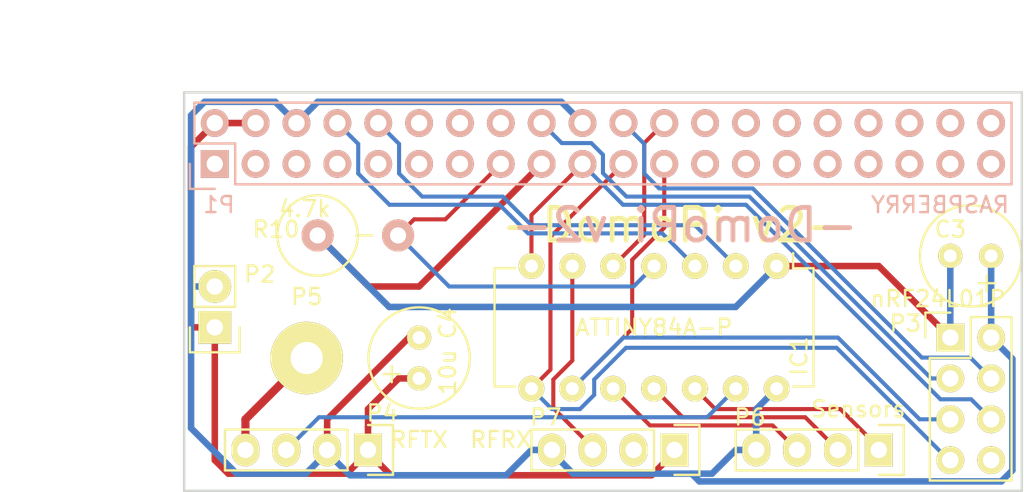
<source format=kicad_pcb>
(kicad_pcb (version 4) (host pcbnew 4.0.1-3.201602080046+6200~38~ubuntu15.04.1-stable)

  (general
    (links 37)
    (no_connects 0)
    (area 55.829287 20.645 119.048601 50.954001)
    (thickness 1.6)
    (drawings 8)
    (tracks 155)
    (zones 0)
    (modules 11)
    (nets 47)
  )

  (page A4)
  (layers
    (0 Top signal)
    (31 Bottom signal)
    (36 B.SilkS user)
    (37 F.SilkS user)
    (38 B.Mask user)
    (39 F.Mask user)
    (42 Eco1.User user)
    (43 Eco2.User user)
    (44 Edge.Cuts user)
    (48 B.Fab user)
    (49 F.Fab user)
  )

  (setup
    (last_trace_width 0.254)
    (trace_clearance 0.1524)
    (zone_clearance 0.508)
    (zone_45_only no)
    (trace_min 0.1524)
    (segment_width 0.2)
    (edge_width 0.15)
    (via_size 0.6858)
    (via_drill 0.3302)
    (via_min_size 0.6858)
    (via_min_drill 0.3302)
    (uvia_size 0.762)
    (uvia_drill 0.508)
    (uvias_allowed no)
    (uvia_min_size 0)
    (uvia_min_drill 0)
    (pcb_text_width 0.3)
    (pcb_text_size 1.5 1.5)
    (mod_edge_width 0.15)
    (mod_text_size 1 1)
    (mod_text_width 0.15)
    (pad_size 3 3)
    (pad_drill 2)
    (pad_to_mask_clearance 0.2)
    (aux_axis_origin 0 0)
    (visible_elements FFFFFF7F)
    (pcbplotparams
      (layerselection 0x010f0_80000001)
      (usegerberextensions true)
      (excludeedgelayer true)
      (linewidth 0.100000)
      (plotframeref false)
      (viasonmask false)
      (mode 1)
      (useauxorigin false)
      (hpglpennumber 1)
      (hpglpenspeed 20)
      (hpglpendiameter 15)
      (hpglpenoverlay 2)
      (psnegative false)
      (psa4output false)
      (plotreference true)
      (plotvalue true)
      (plotinvisibletext false)
      (padsonsilk false)
      (subtractmaskfromsilk false)
      (outputformat 1)
      (mirror false)
      (drillshape 0)
      (scaleselection 1)
      (outputdirectory ""))
  )

  (net 0 "")
  (net 1 GND)
  (net 2 +3V3)
  (net 3 +5V)
  (net 4 CE)
  (net 5 SS0)
  (net 6 SCK)
  (net 7 MOSI)
  (net 8 MISO)
  (net 9 /RF433-OUT)
  (net 10 /RF433-IN)
  (net 11 Tiny-RESET)
  (net 12 TX)
  (net 13 SS1)
  (net 14 RX)
  (net 15 /ADC3)
  (net 16 /ADC2)
  (net 17 /ADC1)
  (net 18 /ANT)
  (net 19 "Net-(P1-Pad1)")
  (net 20 "Net-(P1-Pad3)")
  (net 21 "Net-(P1-Pad5)")
  (net 22 "Net-(P1-Pad7)")
  (net 23 "Net-(P1-Pad9)")
  (net 24 "Net-(P1-Pad11)")
  (net 25 "Net-(P1-Pad12)")
  (net 26 "Net-(P1-Pad13)")
  (net 27 "Net-(P1-Pad14)")
  (net 28 "Net-(P1-Pad16)")
  (net 29 "Net-(P1-Pad25)")
  (net 30 "Net-(P1-Pad26)")
  (net 31 "Net-(P1-Pad27)")
  (net 32 "Net-(P1-Pad28)")
  (net 33 "Net-(P1-Pad29)")
  (net 34 "Net-(P1-Pad30)")
  (net 35 "Net-(P1-Pad31)")
  (net 36 "Net-(P1-Pad32)")
  (net 37 "Net-(P1-Pad33)")
  (net 38 "Net-(P1-Pad34)")
  (net 39 "Net-(P1-Pad35)")
  (net 40 "Net-(P1-Pad36)")
  (net 41 "Net-(P1-Pad37)")
  (net 42 "Net-(P1-Pad38)")
  (net 43 "Net-(P1-Pad39)")
  (net 44 "Net-(P1-Pad40)")
  (net 45 /NRF-INT)
  (net 46 "Net-(P7-Pad2)")

  (net_class Default "This is the default net class."
    (clearance 0.1524)
    (trace_width 0.254)
    (via_dia 0.6858)
    (via_drill 0.3302)
    (uvia_dia 0.762)
    (uvia_drill 0.508)
    (add_net /ADC1)
    (add_net /ADC2)
    (add_net /ADC3)
    (add_net /NRF-INT)
    (add_net /RF433-IN)
    (add_net /RF433-OUT)
    (add_net CE)
    (add_net MISO)
    (add_net MOSI)
    (add_net "Net-(P1-Pad1)")
    (add_net "Net-(P1-Pad11)")
    (add_net "Net-(P1-Pad12)")
    (add_net "Net-(P1-Pad13)")
    (add_net "Net-(P1-Pad14)")
    (add_net "Net-(P1-Pad16)")
    (add_net "Net-(P1-Pad25)")
    (add_net "Net-(P1-Pad26)")
    (add_net "Net-(P1-Pad27)")
    (add_net "Net-(P1-Pad28)")
    (add_net "Net-(P1-Pad29)")
    (add_net "Net-(P1-Pad3)")
    (add_net "Net-(P1-Pad30)")
    (add_net "Net-(P1-Pad31)")
    (add_net "Net-(P1-Pad32)")
    (add_net "Net-(P1-Pad33)")
    (add_net "Net-(P1-Pad34)")
    (add_net "Net-(P1-Pad35)")
    (add_net "Net-(P1-Pad36)")
    (add_net "Net-(P1-Pad37)")
    (add_net "Net-(P1-Pad38)")
    (add_net "Net-(P1-Pad39)")
    (add_net "Net-(P1-Pad40)")
    (add_net "Net-(P1-Pad5)")
    (add_net "Net-(P1-Pad7)")
    (add_net "Net-(P1-Pad9)")
    (add_net "Net-(P7-Pad2)")
    (add_net RX)
    (add_net SCK)
    (add_net SS0)
    (add_net SS1)
    (add_net TX)
    (add_net Tiny-RESET)
  )

  (net_class ANT ""
    (clearance 0.254)
    (trace_width 0.508)
    (via_dia 0.6858)
    (via_drill 0.3302)
    (uvia_dia 0.762)
    (uvia_drill 0.508)
    (add_net /ANT)
  )

  (net_class Power ""
    (clearance 0.254)
    (trace_width 0.4064)
    (via_dia 0.6858)
    (via_drill 0.3302)
    (uvia_dia 0.762)
    (uvia_drill 0.508)
    (add_net +3V3)
    (add_net +5V)
    (add_net GND)
  )

  (module Capacitors_Elko_ThroughHole:Elko_vert_11.2x6.3mm_RM2.5 (layer Top) (tedit 560CF65C) (tstamp 560BF081)
    (at 116.84 36.195 180)
    (descr "Electrolytic Capacitor, vertical, diameter 6,3mm, RM 2,5mm, radial,")
    (tags "Electrolytic Capacitor, vertical, diameter 6,3mm, RM 2,5mm, Elko, Electrolytkondensator, Kondensator gepolt, Durchmesser 6,3mm, radial,")
    (path /560C23BB)
    (fp_text reference C3 (at 2.54 1.651 180) (layer F.SilkS)
      (effects (font (size 1 1) (thickness 0.15)))
    )
    (fp_text value 10u (at 1.27 5.08 180) (layer F.Fab)
      (effects (font (size 1 1) (thickness 0.15)))
    )
    (fp_line (start 0.26924 -2.19964) (end 0.26924 -1.19888) (layer F.SilkS) (width 0.15))
    (fp_line (start -0.23114 -1.69926) (end 0.76962 -1.69926) (layer F.SilkS) (width 0.15))
    (fp_circle (center 1.27 0) (end 4.4196 0) (layer F.SilkS) (width 0.15))
    (pad 2 thru_hole circle (at 2.54 0 180) (size 1.50114 1.50114) (drill 0.8001) (layers *.Cu *.Mask F.SilkS)
      (net 2 +3V3))
    (pad 1 thru_hole circle (at 0 0 180) (size 1.50114 1.50114) (drill 0.8001) (layers *.Cu *.Mask F.SilkS)
      (net 1 GND))
    (model Capacitors_Elko_ThroughHole.3dshapes/Elko_vert_11.2x6.3mm_RM2.5.wrl
      (at (xyz 0 0 0))
      (scale (xyz 1 1 1))
      (rotate (xyz 0 0 0))
    )
  )

  (module Capacitors_Elko_ThroughHole:Elko_vert_11.2x6.3mm_RM2.5 (layer Top) (tedit 560CF933) (tstamp 560BF086)
    (at 81.28 43.815 90)
    (descr "Electrolytic Capacitor, vertical, diameter 6,3mm, RM 2,5mm, radial,")
    (tags "Electrolytic Capacitor, vertical, diameter 6,3mm, RM 2,5mm, Elko, Electrolytkondensator, Kondensator gepolt, Durchmesser 6,3mm, radial,")
    (path /560D0C56)
    (fp_text reference C4 (at 3.429 1.778 90) (layer F.SilkS)
      (effects (font (size 1 1) (thickness 0.15)))
    )
    (fp_text value 10u (at 0.381 1.778 90) (layer F.SilkS)
      (effects (font (size 1 1) (thickness 0.15)))
    )
    (fp_line (start 0.26924 -2.19964) (end 0.26924 -1.19888) (layer F.SilkS) (width 0.15))
    (fp_line (start -0.23114 -1.69926) (end 0.76962 -1.69926) (layer F.SilkS) (width 0.15))
    (fp_circle (center 1.27 0) (end 4.4196 0) (layer F.SilkS) (width 0.15))
    (pad 2 thru_hole circle (at 2.54 0 90) (size 1.50114 1.50114) (drill 0.8001) (layers *.Cu *.Mask F.SilkS)
      (net 1 GND))
    (pad 1 thru_hole circle (at 0 0 90) (size 1.50114 1.50114) (drill 0.8001) (layers *.Cu *.Mask F.SilkS)
      (net 3 +5V))
    (model Capacitors_Elko_ThroughHole.3dshapes/Elko_vert_11.2x6.3mm_RM2.5.wrl
      (at (xyz 0 0 0))
      (scale (xyz 1 1 1))
      (rotate (xyz 0 0 0))
    )
  )

  (module Socket_Strips:Socket_Strip_Straight_2x20 (layer Bottom) (tedit 560CF9B1) (tstamp 560BDFDF)
    (at 68.58 30.48)
    (descr "Through hole socket strip")
    (tags "socket strip")
    (path /560BE092)
    (fp_text reference P1 (at 0.254 2.54) (layer B.SilkS)
      (effects (font (size 1 1) (thickness 0.15)) (justify mirror))
    )
    (fp_text value RASPBERRY (at 45.085 2.54) (layer B.SilkS)
      (effects (font (size 1 1) (thickness 0.15)) (justify mirror))
    )
    (fp_line (start -1.75 1.75) (end -1.75 -4.3) (layer B.CrtYd) (width 0.05))
    (fp_line (start 50.05 1.75) (end 50.05 -4.3) (layer B.CrtYd) (width 0.05))
    (fp_line (start -1.75 1.75) (end 50.05 1.75) (layer B.CrtYd) (width 0.05))
    (fp_line (start -1.75 -4.3) (end 50.05 -4.3) (layer B.CrtYd) (width 0.05))
    (fp_line (start 49.53 -3.81) (end -1.27 -3.81) (layer B.SilkS) (width 0.15))
    (fp_line (start 1.27 1.27) (end 49.53 1.27) (layer B.SilkS) (width 0.15))
    (fp_line (start 49.53 -3.81) (end 49.53 1.27) (layer B.SilkS) (width 0.15))
    (fp_line (start -1.27 -3.81) (end -1.27 -1.27) (layer B.SilkS) (width 0.15))
    (fp_line (start 0 1.55) (end -1.55 1.55) (layer B.SilkS) (width 0.15))
    (fp_line (start -1.27 -1.27) (end 1.27 -1.27) (layer B.SilkS) (width 0.15))
    (fp_line (start 1.27 -1.27) (end 1.27 1.27) (layer B.SilkS) (width 0.15))
    (fp_line (start -1.55 1.55) (end -1.55 0) (layer B.SilkS) (width 0.15))
    (pad 1 thru_hole rect (at 0 0) (size 1.7272 1.7272) (drill 1.016) (layers *.Cu *.Mask B.SilkS)
      (net 19 "Net-(P1-Pad1)"))
    (pad 2 thru_hole oval (at 0 -2.54) (size 1.7272 1.7272) (drill 1.016) (layers *.Cu *.Mask B.SilkS)
      (net 3 +5V))
    (pad 3 thru_hole oval (at 2.54 0) (size 1.7272 1.7272) (drill 1.016) (layers *.Cu *.Mask B.SilkS)
      (net 20 "Net-(P1-Pad3)"))
    (pad 4 thru_hole oval (at 2.54 -2.54) (size 1.7272 1.7272) (drill 1.016) (layers *.Cu *.Mask B.SilkS)
      (net 3 +5V))
    (pad 5 thru_hole oval (at 5.08 0) (size 1.7272 1.7272) (drill 1.016) (layers *.Cu *.Mask B.SilkS)
      (net 21 "Net-(P1-Pad5)"))
    (pad 6 thru_hole oval (at 5.08 -2.54) (size 1.7272 1.7272) (drill 1.016) (layers *.Cu *.Mask B.SilkS)
      (net 1 GND))
    (pad 7 thru_hole oval (at 7.62 0) (size 1.7272 1.7272) (drill 1.016) (layers *.Cu *.Mask B.SilkS)
      (net 22 "Net-(P1-Pad7)"))
    (pad 8 thru_hole oval (at 7.62 -2.54) (size 1.7272 1.7272) (drill 1.016) (layers *.Cu *.Mask B.SilkS)
      (net 12 TX))
    (pad 9 thru_hole oval (at 10.16 0) (size 1.7272 1.7272) (drill 1.016) (layers *.Cu *.Mask B.SilkS)
      (net 23 "Net-(P1-Pad9)"))
    (pad 10 thru_hole oval (at 10.16 -2.54) (size 1.7272 1.7272) (drill 1.016) (layers *.Cu *.Mask B.SilkS)
      (net 14 RX))
    (pad 11 thru_hole oval (at 12.7 0) (size 1.7272 1.7272) (drill 1.016) (layers *.Cu *.Mask B.SilkS)
      (net 24 "Net-(P1-Pad11)"))
    (pad 12 thru_hole oval (at 12.7 -2.54) (size 1.7272 1.7272) (drill 1.016) (layers *.Cu *.Mask B.SilkS)
      (net 25 "Net-(P1-Pad12)"))
    (pad 13 thru_hole oval (at 15.24 0) (size 1.7272 1.7272) (drill 1.016) (layers *.Cu *.Mask B.SilkS)
      (net 26 "Net-(P1-Pad13)"))
    (pad 14 thru_hole oval (at 15.24 -2.54) (size 1.7272 1.7272) (drill 1.016) (layers *.Cu *.Mask B.SilkS)
      (net 27 "Net-(P1-Pad14)"))
    (pad 15 thru_hole oval (at 17.78 0) (size 1.7272 1.7272) (drill 1.016) (layers *.Cu *.Mask B.SilkS)
      (net 11 Tiny-RESET))
    (pad 16 thru_hole oval (at 17.78 -2.54) (size 1.7272 1.7272) (drill 1.016) (layers *.Cu *.Mask B.SilkS)
      (net 28 "Net-(P1-Pad16)"))
    (pad 17 thru_hole oval (at 20.32 0) (size 1.7272 1.7272) (drill 1.016) (layers *.Cu *.Mask B.SilkS)
      (net 2 +3V3))
    (pad 18 thru_hole oval (at 20.32 -2.54) (size 1.7272 1.7272) (drill 1.016) (layers *.Cu *.Mask B.SilkS)
      (net 4 CE))
    (pad 19 thru_hole oval (at 22.86 0) (size 1.7272 1.7272) (drill 1.016) (layers *.Cu *.Mask B.SilkS)
      (net 7 MOSI))
    (pad 20 thru_hole oval (at 22.86 -2.54) (size 1.7272 1.7272) (drill 1.016) (layers *.Cu *.Mask B.SilkS)
      (net 1 GND))
    (pad 21 thru_hole oval (at 25.4 0) (size 1.7272 1.7272) (drill 1.016) (layers *.Cu *.Mask B.SilkS)
      (net 8 MISO))
    (pad 22 thru_hole oval (at 25.4 -2.54) (size 1.7272 1.7272) (drill 1.016) (layers *.Cu *.Mask B.SilkS)
      (net 5 SS0))
    (pad 23 thru_hole oval (at 27.94 0) (size 1.7272 1.7272) (drill 1.016) (layers *.Cu *.Mask B.SilkS)
      (net 6 SCK))
    (pad 24 thru_hole oval (at 27.94 -2.54) (size 1.7272 1.7272) (drill 1.016) (layers *.Cu *.Mask B.SilkS)
      (net 13 SS1))
    (pad 25 thru_hole oval (at 30.48 0) (size 1.7272 1.7272) (drill 1.016) (layers *.Cu *.Mask B.SilkS)
      (net 29 "Net-(P1-Pad25)"))
    (pad 26 thru_hole oval (at 30.48 -2.54) (size 1.7272 1.7272) (drill 1.016) (layers *.Cu *.Mask B.SilkS)
      (net 30 "Net-(P1-Pad26)"))
    (pad 27 thru_hole oval (at 33.02 0) (size 1.7272 1.7272) (drill 1.016) (layers *.Cu *.Mask B.SilkS)
      (net 31 "Net-(P1-Pad27)"))
    (pad 28 thru_hole oval (at 33.02 -2.54) (size 1.7272 1.7272) (drill 1.016) (layers *.Cu *.Mask B.SilkS)
      (net 32 "Net-(P1-Pad28)"))
    (pad 29 thru_hole oval (at 35.56 0) (size 1.7272 1.7272) (drill 1.016) (layers *.Cu *.Mask B.SilkS)
      (net 33 "Net-(P1-Pad29)"))
    (pad 30 thru_hole oval (at 35.56 -2.54) (size 1.7272 1.7272) (drill 1.016) (layers *.Cu *.Mask B.SilkS)
      (net 34 "Net-(P1-Pad30)"))
    (pad 31 thru_hole oval (at 38.1 0) (size 1.7272 1.7272) (drill 1.016) (layers *.Cu *.Mask B.SilkS)
      (net 35 "Net-(P1-Pad31)"))
    (pad 32 thru_hole oval (at 38.1 -2.54) (size 1.7272 1.7272) (drill 1.016) (layers *.Cu *.Mask B.SilkS)
      (net 36 "Net-(P1-Pad32)"))
    (pad 33 thru_hole oval (at 40.64 0) (size 1.7272 1.7272) (drill 1.016) (layers *.Cu *.Mask B.SilkS)
      (net 37 "Net-(P1-Pad33)"))
    (pad 34 thru_hole oval (at 40.64 -2.54) (size 1.7272 1.7272) (drill 1.016) (layers *.Cu *.Mask B.SilkS)
      (net 38 "Net-(P1-Pad34)"))
    (pad 35 thru_hole oval (at 43.18 0) (size 1.7272 1.7272) (drill 1.016) (layers *.Cu *.Mask B.SilkS)
      (net 39 "Net-(P1-Pad35)"))
    (pad 36 thru_hole oval (at 43.18 -2.54) (size 1.7272 1.7272) (drill 1.016) (layers *.Cu *.Mask B.SilkS)
      (net 40 "Net-(P1-Pad36)"))
    (pad 37 thru_hole oval (at 45.72 0) (size 1.7272 1.7272) (drill 1.016) (layers *.Cu *.Mask B.SilkS)
      (net 41 "Net-(P1-Pad37)"))
    (pad 38 thru_hole oval (at 45.72 -2.54) (size 1.7272 1.7272) (drill 1.016) (layers *.Cu *.Mask B.SilkS)
      (net 42 "Net-(P1-Pad38)"))
    (pad 39 thru_hole oval (at 48.26 0) (size 1.7272 1.7272) (drill 1.016) (layers *.Cu *.Mask B.SilkS)
      (net 43 "Net-(P1-Pad39)"))
    (pad 40 thru_hole oval (at 48.26 -2.54) (size 1.7272 1.7272) (drill 1.016) (layers *.Cu *.Mask B.SilkS)
      (net 44 "Net-(P1-Pad40)"))
    (model Socket_Strips.3dshapes/Socket_Strip_Straight_2x20.wrl
      (at (xyz 0.95 -0.05 0))
      (scale (xyz 1 1 1))
      (rotate (xyz 0 0 180))
    )
  )

  (module Pin_Headers:Pin_Header_Straight_1x02 (layer Top) (tedit 560CF25E) (tstamp 560BDFE5)
    (at 68.58 40.64 180)
    (descr "Through hole pin header")
    (tags "pin header")
    (path /560C2BF5)
    (fp_text reference P2 (at -2.794 3.302 180) (layer F.SilkS)
      (effects (font (size 1 1) (thickness 0.15)))
    )
    (fp_text value CONN_01X02 (at 0 -3.1 180) (layer F.Fab) hide
      (effects (font (size 1 1) (thickness 0.15)))
    )
    (fp_line (start 1.27 1.27) (end 1.27 3.81) (layer F.SilkS) (width 0.15))
    (fp_line (start 1.55 -1.55) (end 1.55 0) (layer F.SilkS) (width 0.15))
    (fp_line (start -1.75 -1.75) (end -1.75 4.3) (layer F.CrtYd) (width 0.05))
    (fp_line (start 1.75 -1.75) (end 1.75 4.3) (layer F.CrtYd) (width 0.05))
    (fp_line (start -1.75 -1.75) (end 1.75 -1.75) (layer F.CrtYd) (width 0.05))
    (fp_line (start -1.75 4.3) (end 1.75 4.3) (layer F.CrtYd) (width 0.05))
    (fp_line (start 1.27 1.27) (end -1.27 1.27) (layer F.SilkS) (width 0.15))
    (fp_line (start -1.55 0) (end -1.55 -1.55) (layer F.SilkS) (width 0.15))
    (fp_line (start -1.55 -1.55) (end 1.55 -1.55) (layer F.SilkS) (width 0.15))
    (fp_line (start -1.27 1.27) (end -1.27 3.81) (layer F.SilkS) (width 0.15))
    (fp_line (start -1.27 3.81) (end 1.27 3.81) (layer F.SilkS) (width 0.15))
    (pad 1 thru_hole rect (at 0 0 180) (size 2.032 2.032) (drill 1.016) (layers *.Cu *.Mask F.SilkS)
      (net 3 +5V))
    (pad 2 thru_hole oval (at 0 2.54 180) (size 2.032 2.032) (drill 1.016) (layers *.Cu *.Mask F.SilkS)
      (net 1 GND))
    (model Pin_Headers.3dshapes/Pin_Header_Straight_1x02.wrl
      (at (xyz 0 -0.05 0))
      (scale (xyz 1 1 1))
      (rotate (xyz 0 0 90))
    )
  )

  (module Housings_DIP:DIP-14_W7.62mm (layer Top) (tedit 560CF929) (tstamp 560BE100)
    (at 103.505 36.83 270)
    (descr "14-lead dip package, row spacing 7.62 mm (300 mils)")
    (tags "dil dip 2.54 300")
    (path /560BE23A)
    (fp_text reference IC1 (at 5.588 -1.397 270) (layer F.SilkS)
      (effects (font (size 1 1) (thickness 0.15)))
    )
    (fp_text value ATTINY84A-P (at 3.81 7.62 360) (layer F.SilkS)
      (effects (font (size 1 1) (thickness 0.15)))
    )
    (fp_line (start -1.05 -2.45) (end -1.05 17.7) (layer F.CrtYd) (width 0.05))
    (fp_line (start 8.65 -2.45) (end 8.65 17.7) (layer F.CrtYd) (width 0.05))
    (fp_line (start -1.05 -2.45) (end 8.65 -2.45) (layer F.CrtYd) (width 0.05))
    (fp_line (start -1.05 17.7) (end 8.65 17.7) (layer F.CrtYd) (width 0.05))
    (fp_line (start 0.135 -2.295) (end 0.135 -1.025) (layer F.SilkS) (width 0.15))
    (fp_line (start 7.485 -2.295) (end 7.485 -1.025) (layer F.SilkS) (width 0.15))
    (fp_line (start 7.485 17.535) (end 7.485 16.265) (layer F.SilkS) (width 0.15))
    (fp_line (start 0.135 17.535) (end 0.135 16.265) (layer F.SilkS) (width 0.15))
    (fp_line (start 0.135 -2.295) (end 7.485 -2.295) (layer F.SilkS) (width 0.15))
    (fp_line (start 0.135 17.535) (end 7.485 17.535) (layer F.SilkS) (width 0.15))
    (fp_line (start 0.135 -1.025) (end -0.8 -1.025) (layer F.SilkS) (width 0.15))
    (pad 1 thru_hole oval (at 0 0 270) (size 1.6 1.6) (drill 0.8) (layers *.Cu *.Mask F.SilkS)
      (net 2 +3V3))
    (pad 2 thru_hole oval (at 0 2.54 270) (size 1.6 1.6) (drill 0.8) (layers *.Cu *.Mask F.SilkS)
      (net 14 RX))
    (pad 3 thru_hole oval (at 0 5.08 270) (size 1.6 1.6) (drill 0.8) (layers *.Cu *.Mask F.SilkS)
      (net 12 TX))
    (pad 4 thru_hole oval (at 0 7.62 270) (size 1.6 1.6) (drill 0.8) (layers *.Cu *.Mask F.SilkS)
      (net 11 Tiny-RESET))
    (pad 5 thru_hole oval (at 0 10.16 270) (size 1.6 1.6) (drill 0.8) (layers *.Cu *.Mask F.SilkS)
      (net 13 SS1))
    (pad 6 thru_hole oval (at 0 12.7 270) (size 1.6 1.6) (drill 0.8) (layers *.Cu *.Mask F.SilkS)
      (net 10 /RF433-IN))
    (pad 7 thru_hole oval (at 0 15.24 270) (size 1.6 1.6) (drill 0.8) (layers *.Cu *.Mask F.SilkS)
      (net 7 MOSI))
    (pad 8 thru_hole oval (at 7.62 15.24 270) (size 1.6 1.6) (drill 0.8) (layers *.Cu *.Mask F.SilkS)
      (net 8 MISO))
    (pad 9 thru_hole oval (at 7.62 12.7 270) (size 1.6 1.6) (drill 0.8) (layers *.Cu *.Mask F.SilkS)
      (net 6 SCK))
    (pad 10 thru_hole oval (at 7.62 10.16 270) (size 1.6 1.6) (drill 0.8) (layers *.Cu *.Mask F.SilkS)
      (net 15 /ADC3))
    (pad 11 thru_hole oval (at 7.62 7.62 270) (size 1.6 1.6) (drill 0.8) (layers *.Cu *.Mask F.SilkS)
      (net 16 /ADC2))
    (pad 12 thru_hole oval (at 7.62 5.08 270) (size 1.6 1.6) (drill 0.8) (layers *.Cu *.Mask F.SilkS)
      (net 17 /ADC1))
    (pad 13 thru_hole oval (at 7.62 2.54 270) (size 1.6 1.6) (drill 0.8) (layers *.Cu *.Mask F.SilkS)
      (net 9 /RF433-OUT))
    (pad 14 thru_hole oval (at 7.62 0 270) (size 1.6 1.6) (drill 0.8) (layers *.Cu *.Mask F.SilkS)
      (net 1 GND))
    (model Housings_DIP.3dshapes/DIP-14_W7.62mm.wrl
      (at (xyz 0 0 0))
      (scale (xyz 1 1 1))
      (rotate (xyz 0 0 0))
    )
  )

  (module Resistors_ThroughHole:Resistor_Vertical_RM5mm (layer Top) (tedit 560CF953) (tstamp 560BF1E3)
    (at 77.47 34.925)
    (descr "Resistor, Vertical, RM 5mm, 1/3W,")
    (tags "Resistor, Vertical, RM 5mm, 1/3W,")
    (path /560CAD51)
    (fp_text reference R10 (at -5.08 -0.381) (layer F.SilkS)
      (effects (font (size 1 1) (thickness 0.15)))
    )
    (fp_text value 4.7k (at -3.302 -1.651) (layer F.SilkS)
      (effects (font (size 1 1) (thickness 0.15)))
    )
    (fp_line (start -0.09906 0) (end 0.9017 0) (layer F.SilkS) (width 0.15))
    (fp_circle (center -2.49936 0) (end 0 0) (layer F.SilkS) (width 0.15))
    (pad 1 thru_hole circle (at -2.49936 0) (size 1.99898 1.99898) (drill 1.00076) (layers *.Cu *.SilkS *.Mask)
      (net 2 +3V3))
    (pad 2 thru_hole circle (at 2.5019 0) (size 1.99898 1.99898) (drill 1.00076) (layers *.Cu *.SilkS *.Mask)
      (net 11 Tiny-RESET))
  )

  (module Socket_Strips:Socket_Strip_Straight_1x04 (layer Top) (tedit 560CF96E) (tstamp 560BFC1B)
    (at 78.105 48.26 180)
    (descr "Through hole socket strip")
    (tags "socket strip")
    (path /560D0649)
    (fp_text reference P4 (at -0.889 2.286 180) (layer F.SilkS)
      (effects (font (size 1 1) (thickness 0.15)))
    )
    (fp_text value RFTX (at -3.175 0.635 180) (layer F.SilkS)
      (effects (font (size 1 1) (thickness 0.15)))
    )
    (fp_line (start -1.75 -1.75) (end -1.75 1.75) (layer F.CrtYd) (width 0.05))
    (fp_line (start 9.4 -1.75) (end 9.4 1.75) (layer F.CrtYd) (width 0.05))
    (fp_line (start -1.75 -1.75) (end 9.4 -1.75) (layer F.CrtYd) (width 0.05))
    (fp_line (start -1.75 1.75) (end 9.4 1.75) (layer F.CrtYd) (width 0.05))
    (fp_line (start 1.27 -1.27) (end 8.89 -1.27) (layer F.SilkS) (width 0.15))
    (fp_line (start 1.27 1.27) (end 8.89 1.27) (layer F.SilkS) (width 0.15))
    (fp_line (start -1.55 1.55) (end 0 1.55) (layer F.SilkS) (width 0.15))
    (fp_line (start 8.89 -1.27) (end 8.89 1.27) (layer F.SilkS) (width 0.15))
    (fp_line (start 1.27 1.27) (end 1.27 -1.27) (layer F.SilkS) (width 0.15))
    (fp_line (start 0 -1.55) (end -1.55 -1.55) (layer F.SilkS) (width 0.15))
    (fp_line (start -1.55 -1.55) (end -1.55 1.55) (layer F.SilkS) (width 0.15))
    (pad 1 thru_hole rect (at 0 0 180) (size 1.7272 2.032) (drill 1.016) (layers *.Cu *.Mask F.SilkS)
      (net 3 +5V))
    (pad 2 thru_hole oval (at 2.54 0 180) (size 1.7272 2.032) (drill 1.016) (layers *.Cu *.Mask F.SilkS)
      (net 1 GND))
    (pad 3 thru_hole oval (at 5.08 0 180) (size 1.7272 2.032) (drill 1.016) (layers *.Cu *.Mask F.SilkS)
      (net 9 /RF433-OUT))
    (pad 4 thru_hole oval (at 7.62 0 180) (size 1.7272 2.032) (drill 1.016) (layers *.Cu *.Mask F.SilkS)
      (net 18 /ANT))
    (model Socket_Strips.3dshapes/Socket_Strip_Straight_1x04.wrl
      (at (xyz 0.15 0 0))
      (scale (xyz 1 1 1))
      (rotate (xyz 0 0 180))
    )
  )

  (module Socket_Strips:Socket_Strip_Straight_1x04 (layer Top) (tedit 560CF969) (tstamp 560BFC28)
    (at 97.155 48.26 180)
    (descr "Through hole socket strip")
    (tags "socket strip")
    (path /560D0737)
    (fp_text reference P7 (at 8.001 2.032 180) (layer F.SilkS)
      (effects (font (size 1 1) (thickness 0.15)))
    )
    (fp_text value RFRX (at 10.795 0.635 180) (layer F.SilkS)
      (effects (font (size 1 1) (thickness 0.15)))
    )
    (fp_line (start -1.75 -1.75) (end -1.75 1.75) (layer F.CrtYd) (width 0.05))
    (fp_line (start 9.4 -1.75) (end 9.4 1.75) (layer F.CrtYd) (width 0.05))
    (fp_line (start -1.75 -1.75) (end 9.4 -1.75) (layer F.CrtYd) (width 0.05))
    (fp_line (start -1.75 1.75) (end 9.4 1.75) (layer F.CrtYd) (width 0.05))
    (fp_line (start 1.27 -1.27) (end 8.89 -1.27) (layer F.SilkS) (width 0.15))
    (fp_line (start 1.27 1.27) (end 8.89 1.27) (layer F.SilkS) (width 0.15))
    (fp_line (start -1.55 1.55) (end 0 1.55) (layer F.SilkS) (width 0.15))
    (fp_line (start 8.89 -1.27) (end 8.89 1.27) (layer F.SilkS) (width 0.15))
    (fp_line (start 1.27 1.27) (end 1.27 -1.27) (layer F.SilkS) (width 0.15))
    (fp_line (start 0 -1.55) (end -1.55 -1.55) (layer F.SilkS) (width 0.15))
    (fp_line (start -1.55 -1.55) (end -1.55 1.55) (layer F.SilkS) (width 0.15))
    (pad 1 thru_hole rect (at 0 0 180) (size 1.7272 2.032) (drill 1.016) (layers *.Cu *.Mask F.SilkS)
      (net 3 +5V))
    (pad 2 thru_hole oval (at 2.54 0 180) (size 1.7272 2.032) (drill 1.016) (layers *.Cu *.Mask F.SilkS)
      (net 46 "Net-(P7-Pad2)"))
    (pad 3 thru_hole oval (at 5.08 0 180) (size 1.7272 2.032) (drill 1.016) (layers *.Cu *.Mask F.SilkS)
      (net 10 /RF433-IN))
    (pad 4 thru_hole oval (at 7.62 0 180) (size 1.7272 2.032) (drill 1.016) (layers *.Cu *.Mask F.SilkS)
      (net 1 GND))
    (model Socket_Strips.3dshapes/Socket_Strip_Straight_1x04.wrl
      (at (xyz 0.15 0 0))
      (scale (xyz 1 1 1))
      (rotate (xyz 0 0 180))
    )
  )

  (module Pin_Headers:Pin_Header_Straight_2x04 (layer Top) (tedit 560CF95F) (tstamp 560BFE6B)
    (at 114.3 41.275)
    (descr "Through hole pin header")
    (tags "pin header")
    (path /560BE537)
    (fp_text reference P3 (at -2.794 -0.889) (layer F.SilkS)
      (effects (font (size 1 1) (thickness 0.15)))
    )
    (fp_text value nRF24L01P (at -0.762 -2.413) (layer F.SilkS)
      (effects (font (size 1 1) (thickness 0.15)))
    )
    (fp_line (start -1.75 -1.75) (end -1.75 9.4) (layer F.CrtYd) (width 0.05))
    (fp_line (start 4.3 -1.75) (end 4.3 9.4) (layer F.CrtYd) (width 0.05))
    (fp_line (start -1.75 -1.75) (end 4.3 -1.75) (layer F.CrtYd) (width 0.05))
    (fp_line (start -1.75 9.4) (end 4.3 9.4) (layer F.CrtYd) (width 0.05))
    (fp_line (start -1.27 1.27) (end -1.27 8.89) (layer F.SilkS) (width 0.15))
    (fp_line (start -1.27 8.89) (end 3.81 8.89) (layer F.SilkS) (width 0.15))
    (fp_line (start 3.81 8.89) (end 3.81 -1.27) (layer F.SilkS) (width 0.15))
    (fp_line (start 3.81 -1.27) (end 1.27 -1.27) (layer F.SilkS) (width 0.15))
    (fp_line (start 0 -1.55) (end -1.55 -1.55) (layer F.SilkS) (width 0.15))
    (fp_line (start 1.27 -1.27) (end 1.27 1.27) (layer F.SilkS) (width 0.15))
    (fp_line (start 1.27 1.27) (end -1.27 1.27) (layer F.SilkS) (width 0.15))
    (fp_line (start -1.55 -1.55) (end -1.55 0) (layer F.SilkS) (width 0.15))
    (pad 1 thru_hole rect (at 0 0) (size 1.7272 1.7272) (drill 1.016) (layers *.Cu *.Mask F.SilkS)
      (net 2 +3V3))
    (pad 2 thru_hole oval (at 2.54 0) (size 1.7272 1.7272) (drill 1.016) (layers *.Cu *.Mask F.SilkS)
      (net 1 GND))
    (pad 3 thru_hole oval (at 0 2.54) (size 1.7272 1.7272) (drill 1.016) (layers *.Cu *.Mask F.SilkS)
      (net 4 CE))
    (pad 4 thru_hole oval (at 2.54 2.54) (size 1.7272 1.7272) (drill 1.016) (layers *.Cu *.Mask F.SilkS)
      (net 5 SS0))
    (pad 5 thru_hole oval (at 0 5.08) (size 1.7272 1.7272) (drill 1.016) (layers *.Cu *.Mask F.SilkS)
      (net 6 SCK))
    (pad 6 thru_hole oval (at 2.54 5.08) (size 1.7272 1.7272) (drill 1.016) (layers *.Cu *.Mask F.SilkS)
      (net 7 MOSI))
    (pad 7 thru_hole oval (at 0 7.62) (size 1.7272 1.7272) (drill 1.016) (layers *.Cu *.Mask F.SilkS)
      (net 8 MISO))
    (pad 8 thru_hole oval (at 2.54 7.62) (size 1.7272 1.7272) (drill 1.016) (layers *.Cu *.Mask F.SilkS)
      (net 45 /NRF-INT))
    (model Pin_Headers.3dshapes/Pin_Header_Straight_2x04.wrl
      (at (xyz 0.05 -0.15 0))
      (scale (xyz 1 1 1))
      (rotate (xyz 0 0 90))
    )
  )

  (module Socket_Strips:Socket_Strip_Straight_1x04 (layer Top) (tedit 560CF964) (tstamp 560CDEF5)
    (at 109.855 48.26 180)
    (descr "Through hole socket strip")
    (tags "socket strip")
    (path /560CF763)
    (fp_text reference P6 (at 8.001 2.032 180) (layer F.SilkS)
      (effects (font (size 1 1) (thickness 0.15)))
    )
    (fp_text value Sensors (at 1.27 2.54 180) (layer F.SilkS)
      (effects (font (size 1 1) (thickness 0.15)))
    )
    (fp_line (start -1.75 -1.75) (end -1.75 1.75) (layer F.CrtYd) (width 0.05))
    (fp_line (start 9.4 -1.75) (end 9.4 1.75) (layer F.CrtYd) (width 0.05))
    (fp_line (start -1.75 -1.75) (end 9.4 -1.75) (layer F.CrtYd) (width 0.05))
    (fp_line (start -1.75 1.75) (end 9.4 1.75) (layer F.CrtYd) (width 0.05))
    (fp_line (start 1.27 -1.27) (end 8.89 -1.27) (layer F.SilkS) (width 0.15))
    (fp_line (start 1.27 1.27) (end 8.89 1.27) (layer F.SilkS) (width 0.15))
    (fp_line (start -1.55 1.55) (end 0 1.55) (layer F.SilkS) (width 0.15))
    (fp_line (start 8.89 -1.27) (end 8.89 1.27) (layer F.SilkS) (width 0.15))
    (fp_line (start 1.27 1.27) (end 1.27 -1.27) (layer F.SilkS) (width 0.15))
    (fp_line (start 0 -1.55) (end -1.55 -1.55) (layer F.SilkS) (width 0.15))
    (fp_line (start -1.55 -1.55) (end -1.55 1.55) (layer F.SilkS) (width 0.15))
    (pad 1 thru_hole rect (at 0 0 180) (size 1.7272 2.032) (drill 1.016) (layers *.Cu *.Mask F.SilkS)
      (net 17 /ADC1))
    (pad 2 thru_hole oval (at 2.54 0 180) (size 1.7272 2.032) (drill 1.016) (layers *.Cu *.Mask F.SilkS)
      (net 16 /ADC2))
    (pad 3 thru_hole oval (at 5.08 0 180) (size 1.7272 2.032) (drill 1.016) (layers *.Cu *.Mask F.SilkS)
      (net 15 /ADC3))
    (pad 4 thru_hole oval (at 7.62 0 180) (size 1.7272 2.032) (drill 1.016) (layers *.Cu *.Mask F.SilkS)
      (net 1 GND))
    (model Socket_Strips.3dshapes/Socket_Strip_Straight_1x04.wrl
      (at (xyz 0.15 0 0))
      (scale (xyz 1 1 1))
      (rotate (xyz 0 0 180))
    )
  )

  (module Wire_Pads:SolderWirePad_single_2mmDrill (layer Top) (tedit 0) (tstamp 56B89E15)
    (at 74.295 42.545)
    (path /560D11E1)
    (fp_text reference P5 (at 0 -3.81) (layer F.SilkS)
      (effects (font (size 1 1) (thickness 0.15)))
    )
    (fp_text value ANT (at -0.635 3.81) (layer F.Fab)
      (effects (font (size 1 1) (thickness 0.15)))
    )
    (pad 1 thru_hole circle (at 0 0) (size 4.50088 4.50088) (drill 1.99898) (layers *.Cu *.Mask F.SilkS)
      (net 18 /ANT))
  )

  (gr_line (start 66.675 50.8) (end 66.675 26.035) (angle 90) (layer Edge.Cuts) (width 0.15))
  (gr_line (start 118.745 50.8) (end 66.675 50.8) (angle 90) (layer Edge.Cuts) (width 0.15))
  (gr_line (start 118.745 26.035) (end 118.745 50.8) (angle 90) (layer Edge.Cuts) (width 0.15))
  (gr_line (start 66.675 26.035) (end 118.745 26.035) (angle 90) (layer Edge.Cuts) (width 0.15))
  (gr_text "-DomoPi v2-" (at 97.79 34.29) (layer B.SilkS)
    (effects (font (size 2.032 2.032) (thickness 0.3)) (justify mirror))
  )
  (gr_text "-DomoPi v2-" (at 97.155 34.29) (layer F.SilkS)
    (effects (font (size 2.032 2.032) (thickness 0.3)))
  )
  (dimension 52.07 (width 0.3) (layer Eco1.User)
    (gr_text "2,0500 in" (at 92.71 22.145) (layer Eco1.User)
      (effects (font (size 1.5 1.5) (thickness 0.3)))
    )
    (feature1 (pts (xy 118.745 26.035) (xy 118.745 20.795)))
    (feature2 (pts (xy 66.675 26.035) (xy 66.675 20.795)))
    (crossbar (pts (xy 66.675 23.495) (xy 118.745 23.495)))
    (arrow1a (pts (xy 118.745 23.495) (xy 117.618496 24.081421)))
    (arrow1b (pts (xy 118.745 23.495) (xy 117.618496 22.908579)))
    (arrow2a (pts (xy 66.675 23.495) (xy 67.801504 24.081421)))
    (arrow2b (pts (xy 66.675 23.495) (xy 67.801504 22.908579)))
  )
  (dimension 24.13 (width 0.3) (layer Eco1.User)
    (gr_text "0,9500 in" (at 61.515 38.1 270) (layer Eco1.User)
      (effects (font (size 1.5 1.5) (thickness 0.3)))
    )
    (feature1 (pts (xy 66.675 50.165) (xy 60.165 50.165)))
    (feature2 (pts (xy 66.675 26.035) (xy 60.165 26.035)))
    (crossbar (pts (xy 62.865 26.035) (xy 62.865 50.165)))
    (arrow1a (pts (xy 62.865 50.165) (xy 62.278579 49.038496)))
    (arrow1b (pts (xy 62.865 50.165) (xy 63.451421 49.038496)))
    (arrow2a (pts (xy 62.865 26.035) (xy 62.278579 27.161504)))
    (arrow2b (pts (xy 62.865 26.035) (xy 63.451421 27.161504)))
  )

  (segment (start 73.66 27.94) (end 72.339199 26.619199) (width 0.4064) (layer Bottom) (net 1))
  (segment (start 72.339199 26.619199) (end 67.946015 26.619199) (width 0.4064) (layer Bottom) (net 1))
  (segment (start 67.946015 26.619199) (end 67.106799 27.458415) (width 0.4064) (layer Bottom) (net 1))
  (segment (start 67.106799 27.458415) (end 67.106799 36.931599) (width 0.4064) (layer Bottom) (net 1))
  (segment (start 67.106799 36.931599) (end 67.106799 38.136361) (width 0.4064) (layer Bottom) (net 1))
  (segment (start 75.565 48.26) (end 75.565 46.355) (width 0.4064) (layer Top) (net 1))
  (segment (start 75.565 46.355) (end 80.645 41.275) (width 0.4064) (layer Top) (net 1))
  (segment (start 80.645 41.275) (end 81.28 41.275) (width 0.4064) (layer Top) (net 1))
  (segment (start 102.235 48.26) (end 102.235 45.72) (width 0.4064) (layer Bottom) (net 1) (status 10))
  (segment (start 102.235 45.72) (end 103.505 44.45) (width 0.4064) (layer Bottom) (net 1) (status 20))
  (segment (start 102.235 48.26) (end 100.965 48.26) (width 0.4064) (layer Bottom) (net 1) (status 10))
  (segment (start 100.965 48.26) (end 99.491799 49.733201) (width 0.4064) (layer Bottom) (net 1))
  (segment (start 99.491799 49.733201) (end 98.221799 49.733201) (width 0.4064) (layer Bottom) (net 1))
  (segment (start 73.66 27.94) (end 74.980801 26.619199) (width 0.4064) (layer Bottom) (net 1) (status 10))
  (segment (start 90.119199 26.619199) (end 91.44 27.94) (width 0.4064) (layer Bottom) (net 1) (status 20))
  (segment (start 74.980801 26.619199) (end 90.119199 26.619199) (width 0.4064) (layer Bottom) (net 1))
  (segment (start 116.84 41.275) (end 118.160801 42.595801) (width 0.4064) (layer Bottom) (net 1) (status 10))
  (segment (start 118.160801 42.595801) (end 118.160801 49.528985) (width 0.4064) (layer Bottom) (net 1))
  (segment (start 118.160801 49.528985) (end 117.473985 50.215801) (width 0.4064) (layer Bottom) (net 1))
  (segment (start 117.473985 50.215801) (end 98.704399 50.215801) (width 0.4064) (layer Bottom) (net 1))
  (segment (start 98.704399 50.215801) (end 98.221799 49.733201) (width 0.4064) (layer Bottom) (net 1))
  (segment (start 116.84 36.195) (end 116.84 41.275) (width 0.4064) (layer Bottom) (net 1) (status 30))
  (segment (start 89.535 48.26) (end 89.535 48.4124) (width 0.4064) (layer Bottom) (net 1) (status 30))
  (segment (start 89.535 48.4124) (end 90.855801 49.733201) (width 0.4064) (layer Bottom) (net 1) (status 10))
  (segment (start 90.855801 49.733201) (end 98.221799 49.733201) (width 0.4064) (layer Bottom) (net 1))
  (segment (start 75.565 48.26) (end 75.565 48.4124) (width 0.4064) (layer Bottom) (net 1) (status 30))
  (segment (start 75.565 48.4124) (end 76.987401 49.834801) (width 0.4064) (layer Bottom) (net 1) (status 10))
  (segment (start 76.987401 49.834801) (end 86.690199 49.834801) (width 0.4064) (layer Bottom) (net 1))
  (segment (start 86.690199 49.834801) (end 88.265 48.26) (width 0.4064) (layer Bottom) (net 1))
  (segment (start 88.265 48.26) (end 89.535 48.26) (width 0.4064) (layer Bottom) (net 1) (status 20))
  (segment (start 68.58 38.1) (end 67.14316 38.1) (width 0.4064) (layer Bottom) (net 1) (status 10))
  (segment (start 67.14316 38.1) (end 67.106799 38.136361) (width 0.4064) (layer Bottom) (net 1))
  (segment (start 69.937903 49.73321) (end 74.24419 49.73321) (width 0.4064) (layer Bottom) (net 1))
  (segment (start 67.106799 38.136361) (end 67.106799 46.902106) (width 0.4064) (layer Bottom) (net 1))
  (segment (start 67.106799 46.902106) (end 69.937903 49.73321) (width 0.4064) (layer Bottom) (net 1))
  (segment (start 74.24419 49.73321) (end 75.565 48.4124) (width 0.4064) (layer Bottom) (net 1) (status 20))
  (segment (start 102.235 48.26) (end 101.6 48.26) (width 0.254) (layer Top) (net 1) (status 30))
  (segment (start 88.9 30.48) (end 81.28 38.1) (width 0.4064) (layer Top) (net 2))
  (segment (start 81.28 38.1) (end 78.14564 38.1) (width 0.4064) (layer Top) (net 2))
  (segment (start 78.14564 38.1) (end 75.970129 35.924489) (width 0.4064) (layer Top) (net 2))
  (segment (start 75.970129 35.924489) (end 74.97064 34.925) (width 0.4064) (layer Top) (net 2))
  (segment (start 103.505 36.83) (end 100.965 39.37) (width 0.4064) (layer Bottom) (net 2) (status 10))
  (segment (start 100.965 39.37) (end 79.41564 39.37) (width 0.4064) (layer Bottom) (net 2))
  (segment (start 79.41564 39.37) (end 74.97064 34.925) (width 0.4064) (layer Bottom) (net 2) (status 20))
  (segment (start 109.855 36.83) (end 103.505 36.83) (width 0.4064) (layer Top) (net 2) (status 20))
  (segment (start 114.3 41.275) (end 109.855 36.83) (width 0.4064) (layer Top) (net 2) (status 10))
  (segment (start 114.3 36.195) (end 114.3 41.275) (width 0.4064) (layer Bottom) (net 2) (status 30))
  (segment (start 68.58 47.244) (end 68.58 40.64) (width 0.4064) (layer Top) (net 3))
  (segment (start 78.105 48.4124) (end 76.78419 49.73321) (width 0.4064) (layer Top) (net 3))
  (segment (start 76.78419 49.73321) (end 69.41821 49.73321) (width 0.4064) (layer Top) (net 3))
  (segment (start 69.41821 49.73321) (end 68.58 48.895) (width 0.4064) (layer Top) (net 3))
  (segment (start 68.58 48.895) (end 68.58 47.244) (width 0.4064) (layer Top) (net 3))
  (segment (start 81.28 43.815) (end 80.01 43.815) (width 0.4064) (layer Top) (net 3))
  (segment (start 78.105 45.72) (end 78.105 46.8376) (width 0.4064) (layer Top) (net 3))
  (segment (start 80.01 43.815) (end 78.105 45.72) (width 0.4064) (layer Top) (net 3))
  (segment (start 78.105 46.8376) (end 78.105 48.26) (width 0.4064) (layer Top) (net 3))
  (segment (start 78.105 48.26) (end 78.105 48.4124) (width 0.4064) (layer Top) (net 3) (status 30))
  (segment (start 97.155 48.4124) (end 97.155 48.26) (width 0.4064) (layer Top) (net 3) (status 30))
  (segment (start 78.105 48.4124) (end 79.527401 49.834801) (width 0.4064) (layer Top) (net 3) (status 10))
  (segment (start 95.732599 49.834801) (end 97.155 48.4124) (width 0.4064) (layer Top) (net 3) (status 20))
  (segment (start 79.527401 49.834801) (end 95.732599 49.834801) (width 0.4064) (layer Top) (net 3))
  (segment (start 68.58 27.94) (end 67.106799 29.413201) (width 0.4064) (layer Top) (net 3) (status 10))
  (segment (start 67.106799 29.413201) (end 67.106799 40.589199) (width 0.4064) (layer Top) (net 3))
  (segment (start 67.106799 40.589199) (end 67.1576 40.64) (width 0.4064) (layer Top) (net 3))
  (segment (start 67.1576 40.64) (end 68.58 40.64) (width 0.4064) (layer Top) (net 3) (status 20))
  (segment (start 71.12 27.94) (end 68.58 27.94) (width 0.4064) (layer Top) (net 3) (status 30))
  (segment (start 101.810424 32.511988) (end 94.169978 32.511988) (width 0.254) (layer Bottom) (net 4))
  (segment (start 92.71 29.90799) (end 91.986611 29.184601) (width 0.254) (layer Bottom) (net 4))
  (segment (start 113.113436 43.815) (end 101.810424 32.511988) (width 0.254) (layer Bottom) (net 4))
  (segment (start 114.3 43.815) (end 113.113436 43.815) (width 0.254) (layer Bottom) (net 4))
  (segment (start 91.986611 29.184601) (end 90.144601 29.184601) (width 0.254) (layer Bottom) (net 4))
  (segment (start 92.71 31.05201) (end 92.71 29.90799) (width 0.254) (layer Bottom) (net 4))
  (segment (start 90.144601 29.184601) (end 88.9 27.94) (width 0.254) (layer Bottom) (net 4))
  (segment (start 94.169978 32.511988) (end 92.71 31.05201) (width 0.254) (layer Bottom) (net 4))
  (segment (start 110.15641 40.139538) (end 102.020849 32.003977) (width 0.254) (layer Bottom) (net 5))
  (segment (start 112.536473 42.519601) (end 110.15641 40.139538) (width 0.254) (layer Bottom) (net 5))
  (segment (start 95.275399 31.077409) (end 95.275399 29.235399) (width 0.254) (layer Bottom) (net 5))
  (segment (start 95.275399 29.235399) (end 93.98 27.94) (width 0.254) (layer Bottom) (net 5))
  (segment (start 96.201967 32.003977) (end 95.275399 31.077409) (width 0.254) (layer Bottom) (net 5))
  (segment (start 115.544601 42.519601) (end 112.536473 42.519601) (width 0.254) (layer Bottom) (net 5))
  (segment (start 116.84 43.815) (end 115.544601 42.519601) (width 0.254) (layer Bottom) (net 5))
  (segment (start 102.020849 32.003977) (end 96.201967 32.003977) (width 0.254) (layer Bottom) (net 5))
  (segment (start 114.3 46.355) (end 112.395 46.355) (width 0.254) (layer Bottom) (net 6) (status 10))
  (segment (start 112.395 46.355) (end 107.315 41.275) (width 0.254) (layer Bottom) (net 6))
  (segment (start 107.315 41.275) (end 93.98 41.275) (width 0.254) (layer Bottom) (net 6))
  (segment (start 93.98 41.275) (end 90.805 44.45) (width 0.254) (layer Bottom) (net 6) (status 20))
  (segment (start 96.52 30.48) (end 96.52 34.447118) (width 0.254) (layer Top) (net 6) (status 10))
  (segment (start 96.52 34.447118) (end 94.526001 36.441117) (width 0.254) (layer Top) (net 6))
  (segment (start 94.526001 36.441117) (end 94.526001 40.728999) (width 0.254) (layer Top) (net 6))
  (segment (start 94.526001 40.728999) (end 90.805 44.45) (width 0.254) (layer Top) (net 6) (status 20))
  (segment (start 91.44 30.500446) (end 91.44 30.48) (width 0.254) (layer Bottom) (net 7))
  (segment (start 116.84 46.355) (end 115.595399 45.110399) (width 0.254) (layer Bottom) (net 7))
  (segment (start 115.595399 45.110399) (end 113.690399 45.110399) (width 0.254) (layer Bottom) (net 7))
  (segment (start 113.690399 45.110399) (end 101.599999 33.019999) (width 0.254) (layer Bottom) (net 7))
  (segment (start 101.599999 33.019999) (end 93.959553 33.019999) (width 0.254) (layer Bottom) (net 7))
  (segment (start 93.959553 33.019999) (end 91.44 30.500446) (width 0.254) (layer Bottom) (net 7))
  (segment (start 88.265 36.83) (end 88.265 33.655) (width 0.254) (layer Top) (net 7) (status 10))
  (segment (start 88.265 33.655) (end 91.44 30.48) (width 0.254) (layer Top) (net 7) (status 20))
  (segment (start 114.216564 48.895) (end 114.3 48.895) (width 0.254) (layer Bottom) (net 8) (status 30))
  (segment (start 107.231564 41.91) (end 114.216564 48.895) (width 0.254) (layer Bottom) (net 8) (status 20))
  (segment (start 94.137118 41.91) (end 107.231564 41.91) (width 0.254) (layer Bottom) (net 8))
  (segment (start 92.163999 43.883119) (end 94.137118 41.91) (width 0.254) (layer Bottom) (net 8))
  (segment (start 92.163999 44.838883) (end 92.163999 43.883119) (width 0.254) (layer Bottom) (net 8))
  (segment (start 91.282882 45.72) (end 92.163999 44.838883) (width 0.254) (layer Bottom) (net 8))
  (segment (start 88.265 44.45) (end 89.535 45.72) (width 0.254) (layer Bottom) (net 8) (status 10))
  (segment (start 89.535 45.72) (end 91.282882 45.72) (width 0.254) (layer Bottom) (net 8))
  (segment (start 93.98 30.48) (end 89.446001 35.013999) (width 0.254) (layer Top) (net 8) (status 10))
  (segment (start 89.446001 35.013999) (end 89.446001 43.268999) (width 0.254) (layer Top) (net 8))
  (segment (start 89.446001 43.268999) (end 88.265 44.45) (width 0.254) (layer Top) (net 8) (status 20))
  (segment (start 93.98 30.48) (end 93.98 30.500446) (width 0.254) (layer Bottom) (net 8) (status 30))
  (segment (start 99.186989 46.228011) (end 75.056989 46.228011) (width 0.254) (layer Bottom) (net 9))
  (segment (start 100.965 44.45) (end 99.186989 46.228011) (width 0.254) (layer Bottom) (net 9) (status 10))
  (segment (start 75.056989 46.228011) (end 73.025 48.26) (width 0.254) (layer Bottom) (net 9) (status 20))
  (segment (start 90.805 36.83) (end 90.805 42.702118) (width 0.254) (layer Top) (net 10) (status 10))
  (segment (start 89.623999 45.656599) (end 92.075 48.1076) (width 0.254) (layer Top) (net 10) (status 20))
  (segment (start 92.075 48.1076) (end 92.075 48.26) (width 0.254) (layer Top) (net 10) (status 30))
  (segment (start 90.805 42.702118) (end 89.623999 43.883119) (width 0.254) (layer Top) (net 10))
  (segment (start 89.623999 43.883119) (end 89.623999 45.656599) (width 0.254) (layer Top) (net 10))
  (segment (start 95.885 36.83) (end 94.615 38.1) (width 0.254) (layer Bottom) (net 11) (status 10))
  (segment (start 94.615 38.1) (end 83.1469 38.1) (width 0.254) (layer Bottom) (net 11))
  (segment (start 83.1469 38.1) (end 79.9719 34.925) (width 0.254) (layer Bottom) (net 11) (status 20))
  (segment (start 79.9719 34.925) (end 80.971389 33.925511) (width 0.254) (layer Top) (net 11) (status 10))
  (segment (start 82.914489 33.925511) (end 86.36 30.48) (width 0.254) (layer Top) (net 11) (status 20))
  (segment (start 80.971389 33.925511) (end 82.914489 33.925511) (width 0.254) (layer Top) (net 11))
  (segment (start 98.425 36.83) (end 96.393011 34.798011) (width 0.254) (layer Bottom) (net 12))
  (segment (start 96.393011 34.798011) (end 88.054574 34.79801) (width 0.254) (layer Bottom) (net 12))
  (segment (start 88.054574 34.79801) (end 86.276564 33.02) (width 0.254) (layer Bottom) (net 12))
  (segment (start 86.276564 33.02) (end 79.43799 33.02) (width 0.254) (layer Bottom) (net 12))
  (segment (start 79.43799 33.02) (end 77.495399 31.077409) (width 0.254) (layer Bottom) (net 12))
  (segment (start 77.495399 31.077409) (end 77.495399 29.235399) (width 0.254) (layer Bottom) (net 12))
  (segment (start 77.495399 29.235399) (end 77.063599 28.803599) (width 0.254) (layer Bottom) (net 12))
  (segment (start 77.063599 28.803599) (end 76.2 27.94) (width 0.254) (layer Bottom) (net 12))
  (segment (start 96.52 27.94) (end 95.275399 29.184601) (width 0.254) (layer Top) (net 13) (status 10))
  (segment (start 95.275399 29.184601) (end 95.275399 34.899601) (width 0.254) (layer Top) (net 13))
  (segment (start 95.275399 34.899601) (end 93.345 36.83) (width 0.254) (layer Top) (net 13) (status 20))
  (segment (start 100.965 36.83) (end 98.425 34.29) (width 0.254) (layer Bottom) (net 14))
  (segment (start 98.425 34.29) (end 88.265 34.29) (width 0.254) (layer Bottom) (net 14))
  (segment (start 81.46999 32.512) (end 80.035399 31.077409) (width 0.254) (layer Bottom) (net 14))
  (segment (start 88.265 34.29) (end 86.487 32.512) (width 0.254) (layer Bottom) (net 14))
  (segment (start 86.487 32.512) (end 81.46999 32.512) (width 0.254) (layer Bottom) (net 14))
  (segment (start 79.603599 28.803599) (end 78.74 27.94) (width 0.254) (layer Bottom) (net 14))
  (segment (start 80.035399 31.077409) (end 80.035399 29.235399) (width 0.254) (layer Bottom) (net 14))
  (segment (start 80.035399 29.235399) (end 79.603599 28.803599) (width 0.254) (layer Bottom) (net 14))
  (segment (start 95.631022 46.736022) (end 93.345 44.45) (width 0.254) (layer Top) (net 15) (status 20))
  (segment (start 103.251022 46.736022) (end 95.631022 46.736022) (width 0.254) (layer Top) (net 15))
  (segment (start 104.775 48.26) (end 103.251022 46.736022) (width 0.254) (layer Top) (net 15) (status 10))
  (segment (start 105.283011 46.228011) (end 107.315 48.26) (width 0.254) (layer Top) (net 16) (status 20))
  (segment (start 97.663011 46.228011) (end 105.283011 46.228011) (width 0.254) (layer Top) (net 16))
  (segment (start 95.885 44.45) (end 97.663011 46.228011) (width 0.254) (layer Top) (net 16) (status 10))
  (segment (start 107.4674 45.72) (end 99.695 45.72) (width 0.254) (layer Top) (net 17))
  (segment (start 99.695 45.72) (end 98.425 44.45) (width 0.254) (layer Top) (net 17) (status 20))
  (segment (start 109.855 48.1076) (end 107.4674 45.72) (width 0.254) (layer Top) (net 17) (status 10))
  (segment (start 109.855 48.26) (end 109.855 48.1076) (width 0.254) (layer Top) (net 17) (status 30))
  (segment (start 70.485 48.26) (end 70.485 46.355) (width 0.508) (layer Top) (net 18))
  (segment (start 70.485 46.355) (end 74.295 42.545) (width 0.508) (layer Top) (net 18))

)

</source>
